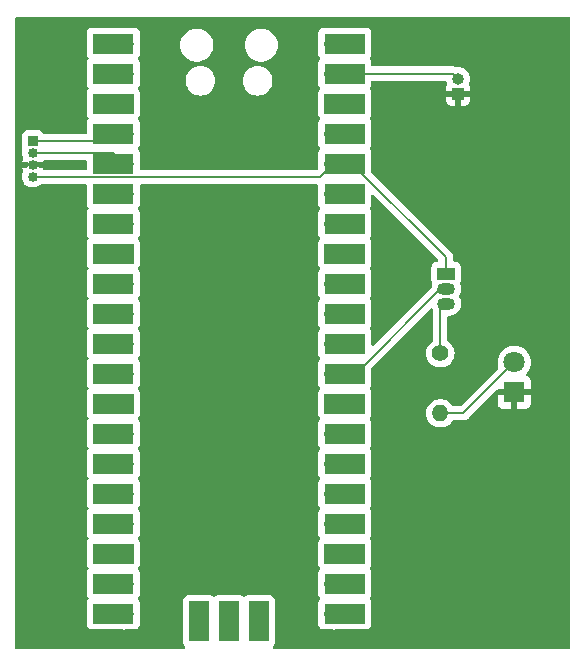
<source format=gbr>
%TF.GenerationSoftware,KiCad,Pcbnew,8.0.1*%
%TF.CreationDate,2024-03-30T13:38:22-03:00*%
%TF.ProjectId,Ponderada,506f6e64-6572-4616-9461-2e6b69636164,rev?*%
%TF.SameCoordinates,Original*%
%TF.FileFunction,Copper,L1,Top*%
%TF.FilePolarity,Positive*%
%FSLAX46Y46*%
G04 Gerber Fmt 4.6, Leading zero omitted, Abs format (unit mm)*
G04 Created by KiCad (PCBNEW 8.0.1) date 2024-03-30 13:38:22*
%MOMM*%
%LPD*%
G01*
G04 APERTURE LIST*
%TA.AperFunction,SMDPad,CuDef*%
%ADD10R,1.700000X3.500000*%
%TD*%
%TA.AperFunction,ComponentPad*%
%ADD11O,1.700000X1.700000*%
%TD*%
%TA.AperFunction,ComponentPad*%
%ADD12R,1.700000X1.700000*%
%TD*%
%TA.AperFunction,SMDPad,CuDef*%
%ADD13R,3.500000X1.700000*%
%TD*%
%TA.AperFunction,ComponentPad*%
%ADD14C,1.400000*%
%TD*%
%TA.AperFunction,ComponentPad*%
%ADD15O,1.400000X1.400000*%
%TD*%
%TA.AperFunction,ComponentPad*%
%ADD16R,1.500000X1.050000*%
%TD*%
%TA.AperFunction,ComponentPad*%
%ADD17O,1.500000X1.050000*%
%TD*%
%TA.AperFunction,ComponentPad*%
%ADD18R,0.850000X0.850000*%
%TD*%
%TA.AperFunction,ComponentPad*%
%ADD19O,0.850000X0.850000*%
%TD*%
%TA.AperFunction,ComponentPad*%
%ADD20R,1.000000X1.000000*%
%TD*%
%TA.AperFunction,ComponentPad*%
%ADD21O,1.000000X1.000000*%
%TD*%
%TA.AperFunction,ComponentPad*%
%ADD22R,1.800000X1.800000*%
%TD*%
%TA.AperFunction,ComponentPad*%
%ADD23C,1.800000*%
%TD*%
%TA.AperFunction,Conductor*%
%ADD24C,0.200000*%
%TD*%
G04 APERTURE END LIST*
D10*
%TO.P,U1,43,SWDIO*%
%TO.N,unconnected-(U1-SWDIO-Pad43)*%
X97650000Y-102170000D03*
D11*
X97650000Y-101270000D03*
D10*
%TO.P,U1,42,GND*%
%TO.N,unconnected-(U1-GND-Pad42)*%
X95110000Y-102170000D03*
D12*
X95110000Y-101270000D03*
D10*
%TO.P,U1,41,SWCLK*%
%TO.N,unconnected-(U1-SWCLK-Pad41)*%
X92570000Y-102170000D03*
D11*
X92570000Y-101270000D03*
D13*
%TO.P,U1,40,VBUS*%
%TO.N,unconnected-(U1-VBUS-Pad40)*%
X104900000Y-53240000D03*
D11*
X104000000Y-53240000D03*
D13*
%TO.P,U1,39,VSYS*%
%TO.N,VSYS*%
X104900000Y-55780000D03*
D11*
X104000000Y-55780000D03*
D13*
%TO.P,U1,38,GND*%
%TO.N,unconnected-(U1-GND-Pad38)*%
X104900000Y-58320000D03*
D12*
X104000000Y-58320000D03*
D13*
%TO.P,U1,37,3V3_EN*%
%TO.N,unconnected-(U1-3V3_EN-Pad37)*%
X104900000Y-60860000D03*
D11*
X104000000Y-60860000D03*
D13*
%TO.P,U1,36,3V3*%
%TO.N,VCC*%
X104900000Y-63400000D03*
D11*
X104000000Y-63400000D03*
D13*
%TO.P,U1,35,ADC_VREF*%
%TO.N,unconnected-(U1-ADC_VREF-Pad35)*%
X104900000Y-65940000D03*
D11*
X104000000Y-65940000D03*
D13*
%TO.P,U1,34,GPIO28_ADC2*%
%TO.N,unconnected-(U1-GPIO28_ADC2-Pad34)*%
X104900000Y-68480000D03*
D11*
X104000000Y-68480000D03*
D13*
%TO.P,U1,33,AGND*%
%TO.N,unconnected-(U1-AGND-Pad33)*%
X104900000Y-71020000D03*
D12*
X104000000Y-71020000D03*
D13*
%TO.P,U1,32,GPIO27_ADC1*%
%TO.N,unconnected-(U1-GPIO27_ADC1-Pad32)*%
X104900000Y-73560000D03*
D11*
X104000000Y-73560000D03*
D13*
%TO.P,U1,31,GPIO26_ADC0*%
%TO.N,unconnected-(U1-GPIO26_ADC0-Pad31)*%
X104900000Y-76100000D03*
D11*
X104000000Y-76100000D03*
D13*
%TO.P,U1,30,RUN*%
%TO.N,unconnected-(U1-RUN-Pad30)*%
X104900000Y-78640000D03*
D11*
X104000000Y-78640000D03*
D13*
%TO.P,U1,29,GPIO22*%
%TO.N,GPIO22*%
X104900000Y-81180000D03*
D11*
X104000000Y-81180000D03*
D13*
%TO.P,U1,28,GND*%
%TO.N,unconnected-(U1-GND-Pad28)*%
X104900000Y-83720000D03*
D12*
X104000000Y-83720000D03*
D13*
%TO.P,U1,27,GPIO21*%
%TO.N,unconnected-(U1-GPIO21-Pad27)*%
X104900000Y-86260000D03*
D11*
X104000000Y-86260000D03*
D13*
%TO.P,U1,26,GPIO20*%
%TO.N,unconnected-(U1-GPIO20-Pad26)*%
X104900000Y-88800000D03*
D11*
X104000000Y-88800000D03*
D13*
%TO.P,U1,25,GPIO19*%
%TO.N,unconnected-(U1-GPIO19-Pad25)*%
X104900000Y-91340000D03*
D11*
X104000000Y-91340000D03*
D13*
%TO.P,U1,24,GPIO18*%
%TO.N,unconnected-(U1-GPIO18-Pad24)*%
X104900000Y-93880000D03*
D11*
X104000000Y-93880000D03*
D13*
%TO.P,U1,23,GND*%
%TO.N,unconnected-(U1-GND-Pad23)*%
X104900000Y-96420000D03*
D12*
X104000000Y-96420000D03*
D13*
%TO.P,U1,22,GPIO17*%
%TO.N,unconnected-(U1-GPIO17-Pad22)*%
X104900000Y-98960000D03*
D11*
X104000000Y-98960000D03*
D13*
%TO.P,U1,21,GPIO16*%
%TO.N,unconnected-(U1-GPIO16-Pad21)*%
X104900000Y-101500000D03*
D11*
X104000000Y-101500000D03*
D13*
%TO.P,U1,20,GPIO15*%
%TO.N,unconnected-(U1-GPIO15-Pad20)*%
X85320000Y-101500000D03*
D11*
X86220000Y-101500000D03*
D13*
%TO.P,U1,19,GPIO14*%
%TO.N,unconnected-(U1-GPIO14-Pad19)*%
X85320000Y-98960000D03*
D11*
X86220000Y-98960000D03*
D13*
%TO.P,U1,18,GND*%
%TO.N,unconnected-(U1-GND-Pad18)*%
X85320000Y-96420000D03*
D12*
X86220000Y-96420000D03*
D13*
%TO.P,U1,17,GPIO13*%
%TO.N,unconnected-(U1-GPIO13-Pad17)*%
X85320000Y-93880000D03*
D11*
X86220000Y-93880000D03*
D13*
%TO.P,U1,16,GPIO12*%
%TO.N,unconnected-(U1-GPIO12-Pad16)*%
X85320000Y-91340000D03*
D11*
X86220000Y-91340000D03*
D13*
%TO.P,U1,15,GPIO11*%
%TO.N,unconnected-(U1-GPIO11-Pad15)*%
X85320000Y-88800000D03*
D11*
X86220000Y-88800000D03*
D13*
%TO.P,U1,14,GPIO10*%
%TO.N,unconnected-(U1-GPIO10-Pad14)*%
X85320000Y-86260000D03*
D11*
X86220000Y-86260000D03*
D13*
%TO.P,U1,13,GND*%
%TO.N,unconnected-(U1-GND-Pad13)*%
X85320000Y-83720000D03*
D12*
X86220000Y-83720000D03*
D13*
%TO.P,U1,12,GPIO9*%
%TO.N,unconnected-(U1-GPIO9-Pad12)*%
X85320000Y-81180000D03*
D11*
X86220000Y-81180000D03*
D13*
%TO.P,U1,11,GPIO8*%
%TO.N,unconnected-(U1-GPIO8-Pad11)*%
X85320000Y-78640000D03*
D11*
X86220000Y-78640000D03*
D13*
%TO.P,U1,10,GPIO7*%
%TO.N,unconnected-(U1-GPIO7-Pad10)*%
X85320000Y-76100000D03*
D11*
X86220000Y-76100000D03*
D13*
%TO.P,U1,9,GPIO6*%
%TO.N,unconnected-(U1-GPIO6-Pad9)*%
X85320000Y-73560000D03*
D11*
X86220000Y-73560000D03*
D13*
%TO.P,U1,8,GND*%
%TO.N,unconnected-(U1-GND-Pad8)*%
X85320000Y-71020000D03*
D12*
X86220000Y-71020000D03*
D13*
%TO.P,U1,7,GPIO5*%
%TO.N,unconnected-(U1-GPIO5-Pad7)*%
X85320000Y-68480000D03*
D11*
X86220000Y-68480000D03*
D13*
%TO.P,U1,6,GPIO4*%
%TO.N,unconnected-(U1-GPIO4-Pad6)*%
X85320000Y-65940000D03*
D11*
X86220000Y-65940000D03*
D13*
%TO.P,U1,5,GPIO3*%
%TO.N,GPIO03*%
X85320000Y-63400000D03*
D11*
X86220000Y-63400000D03*
D13*
%TO.P,U1,4,GPIO2*%
%TO.N,GPIO02*%
X85320000Y-60860000D03*
D11*
X86220000Y-60860000D03*
D13*
%TO.P,U1,3,GND*%
%TO.N,unconnected-(U1-GND-Pad3)*%
X85320000Y-58320000D03*
D12*
X86220000Y-58320000D03*
D13*
%TO.P,U1,2,GPIO1*%
%TO.N,unconnected-(U1-GPIO1-Pad2)*%
X85320000Y-55780000D03*
D11*
X86220000Y-55780000D03*
D13*
%TO.P,U1,1,GPIO0*%
%TO.N,unconnected-(U1-GPIO0-Pad1)*%
X85320000Y-53240000D03*
D11*
X86220000Y-53240000D03*
%TD*%
D14*
%TO.P,R1,1*%
%TO.N,Net-(Q1-E)*%
X113000000Y-79460000D03*
D15*
%TO.P,R1,2*%
%TO.N,Net-(D1-A)*%
X113000000Y-84540000D03*
%TD*%
D16*
%TO.P,Q1,1,C*%
%TO.N,VCC*%
X113500000Y-72730000D03*
D17*
%TO.P,Q1,2,B*%
%TO.N,GPIO22*%
X113500000Y-74000000D03*
%TO.P,Q1,3,E*%
%TO.N,Net-(Q1-E)*%
X113500000Y-75270000D03*
%TD*%
D18*
%TO.P,J3,1,Pin_1*%
%TO.N,GPIO02*%
X78500000Y-61500000D03*
D19*
%TO.P,J3,2,Pin_2*%
%TO.N,GPIO03*%
X78500000Y-62500000D03*
%TO.P,J3,3,Pin_3*%
%TO.N,GND*%
X78500000Y-63500000D03*
%TO.P,J3,4,Pin_4*%
%TO.N,VCC*%
X78500000Y-64500000D03*
%TD*%
D20*
%TO.P,J2,1,Pin_1*%
%TO.N,GND*%
X114500000Y-57500000D03*
D21*
%TO.P,J2,2,Pin_2*%
%TO.N,VSYS*%
X114500000Y-56230000D03*
%TD*%
D22*
%TO.P,D1,1,K*%
%TO.N,GND*%
X119265000Y-82770000D03*
D23*
%TO.P,D1,2,A*%
%TO.N,Net-(D1-A)*%
X119265000Y-80230000D03*
%TD*%
D24*
%TO.N,GPIO22*%
X113000000Y-74000000D02*
X113500000Y-74000000D01*
X105820000Y-81180000D02*
X113000000Y-74000000D01*
X104000000Y-81180000D02*
X105820000Y-81180000D01*
%TO.N,VCC*%
X102850000Y-64550000D02*
X104000000Y-63400000D01*
X78550000Y-64550000D02*
X102850000Y-64550000D01*
X78500000Y-64500000D02*
X78550000Y-64550000D01*
%TO.N,GPIO03*%
X85320000Y-62500000D02*
X86220000Y-63400000D01*
X78500000Y-62500000D02*
X85320000Y-62500000D01*
%TO.N,GPIO02*%
X85580000Y-61500000D02*
X86220000Y-60860000D01*
X78500000Y-61500000D02*
X85580000Y-61500000D01*
%TO.N,VCC*%
X113500000Y-71340000D02*
X113500000Y-72730000D01*
X105560000Y-63400000D02*
X113500000Y-71340000D01*
X104000000Y-63400000D02*
X105560000Y-63400000D01*
%TO.N,Net-(D1-A)*%
X114955000Y-84540000D02*
X119265000Y-80230000D01*
X113000000Y-84540000D02*
X114955000Y-84540000D01*
%TO.N,Net-(Q1-E)*%
X113000000Y-75770000D02*
X113500000Y-75270000D01*
X113000000Y-79460000D02*
X113000000Y-75770000D01*
%TO.N,VSYS*%
X114050000Y-55780000D02*
X114500000Y-56230000D01*
X104000000Y-55780000D02*
X114050000Y-55780000D01*
%TD*%
%TA.AperFunction,Conductor*%
%TO.N,GND*%
G36*
X83012539Y-63120185D02*
G01*
X83058294Y-63172989D01*
X83069500Y-63224500D01*
X83069501Y-63825500D01*
X83049817Y-63892539D01*
X82997013Y-63938294D01*
X82945501Y-63949500D01*
X79497222Y-63949500D01*
X79430183Y-63929815D01*
X79384428Y-63877011D01*
X79374484Y-63807853D01*
X79379291Y-63787182D01*
X79391372Y-63750000D01*
X79082559Y-63750000D01*
X79015520Y-63730315D01*
X79009673Y-63726318D01*
X78965297Y-63694076D01*
X78847156Y-63641477D01*
X78787571Y-63614949D01*
X78787568Y-63614948D01*
X78783821Y-63613280D01*
X78739337Y-63575470D01*
X78750000Y-63549728D01*
X78750000Y-63450272D01*
X78739509Y-63424944D01*
X78781672Y-63387701D01*
X78783821Y-63386720D01*
X78787568Y-63385051D01*
X78787571Y-63385051D01*
X78965299Y-63305922D01*
X79009673Y-63273681D01*
X79075480Y-63250202D01*
X79082559Y-63250000D01*
X79391372Y-63250000D01*
X79395027Y-63244968D01*
X79393542Y-63192976D01*
X79429623Y-63133144D01*
X79492324Y-63102316D01*
X79513468Y-63100500D01*
X82945500Y-63100500D01*
X83012539Y-63120185D01*
G37*
%TD.AperFunction*%
%TA.AperFunction,Conductor*%
G36*
X123942539Y-51020185D02*
G01*
X123988294Y-51072989D01*
X123999500Y-51124500D01*
X123999500Y-104375500D01*
X123979815Y-104442539D01*
X123927011Y-104488294D01*
X123875500Y-104499500D01*
X98933610Y-104499500D01*
X98866571Y-104479815D01*
X98820816Y-104427011D01*
X98810872Y-104357853D01*
X98839897Y-104294297D01*
X98852918Y-104282173D01*
X98857542Y-104277548D01*
X98857546Y-104277546D01*
X98943796Y-104162331D01*
X98994091Y-104027483D01*
X99000500Y-103967873D01*
X99000499Y-101334381D01*
X99000971Y-101323578D01*
X99005659Y-101270000D01*
X99005659Y-101269999D01*
X99000971Y-101216418D01*
X99000499Y-101205610D01*
X99000499Y-100372129D01*
X99000498Y-100372123D01*
X99000497Y-100372116D01*
X98994091Y-100312517D01*
X98991030Y-100304311D01*
X98943797Y-100177671D01*
X98943793Y-100177664D01*
X98857547Y-100062455D01*
X98857544Y-100062452D01*
X98742335Y-99976206D01*
X98742328Y-99976202D01*
X98607482Y-99925908D01*
X98607483Y-99925908D01*
X98547883Y-99919501D01*
X98547881Y-99919500D01*
X98547873Y-99919500D01*
X98547865Y-99919500D01*
X97714383Y-99919500D01*
X97703576Y-99919028D01*
X97650002Y-99914341D01*
X97649999Y-99914341D01*
X97614865Y-99917414D01*
X97596421Y-99919028D01*
X97585616Y-99919500D01*
X96752129Y-99919500D01*
X96752123Y-99919501D01*
X96692516Y-99925908D01*
X96557671Y-99976202D01*
X96557669Y-99976203D01*
X96454311Y-100053578D01*
X96388847Y-100077995D01*
X96320574Y-100063144D01*
X96305689Y-100053578D01*
X96202330Y-99976203D01*
X96202328Y-99976202D01*
X96067482Y-99925908D01*
X96067483Y-99925908D01*
X96007883Y-99919501D01*
X96007881Y-99919500D01*
X96007873Y-99919500D01*
X96007864Y-99919500D01*
X94212129Y-99919500D01*
X94212123Y-99919501D01*
X94152516Y-99925908D01*
X94017671Y-99976202D01*
X94017669Y-99976203D01*
X93914311Y-100053578D01*
X93848847Y-100077995D01*
X93780574Y-100063144D01*
X93765689Y-100053578D01*
X93662330Y-99976203D01*
X93662328Y-99976202D01*
X93527482Y-99925908D01*
X93527483Y-99925908D01*
X93467883Y-99919501D01*
X93467881Y-99919500D01*
X93467873Y-99919500D01*
X93467865Y-99919500D01*
X92634383Y-99919500D01*
X92623576Y-99919028D01*
X92570002Y-99914341D01*
X92569999Y-99914341D01*
X92534865Y-99917414D01*
X92516421Y-99919028D01*
X92505616Y-99919500D01*
X91672129Y-99919500D01*
X91672123Y-99919501D01*
X91612516Y-99925908D01*
X91477671Y-99976202D01*
X91477664Y-99976206D01*
X91362455Y-100062452D01*
X91362452Y-100062455D01*
X91276206Y-100177664D01*
X91276202Y-100177671D01*
X91225908Y-100312517D01*
X91219501Y-100372116D01*
X91219501Y-100372123D01*
X91219500Y-100372135D01*
X91219500Y-101205618D01*
X91219028Y-101216425D01*
X91214341Y-101269997D01*
X91214341Y-101270001D01*
X91219028Y-101323574D01*
X91219500Y-101334381D01*
X91219500Y-103967870D01*
X91219501Y-103967876D01*
X91225908Y-104027483D01*
X91276202Y-104162328D01*
X91276206Y-104162335D01*
X91362452Y-104277544D01*
X91368725Y-104283817D01*
X91367382Y-104285159D01*
X91402572Y-104332167D01*
X91407556Y-104401859D01*
X91374071Y-104463182D01*
X91312748Y-104496666D01*
X91286390Y-104499500D01*
X77124500Y-104499500D01*
X77057461Y-104479815D01*
X77011706Y-104427011D01*
X77000500Y-104375500D01*
X77000500Y-64500000D01*
X77569402Y-64500000D01*
X77589738Y-64693483D01*
X77649856Y-64878510D01*
X77649857Y-64878511D01*
X77730159Y-65017597D01*
X77747130Y-65046992D01*
X77792476Y-65097354D01*
X77877302Y-65191564D01*
X77877305Y-65191566D01*
X77877308Y-65191569D01*
X77991452Y-65274500D01*
X78034702Y-65305923D01*
X78102926Y-65336297D01*
X78212429Y-65385051D01*
X78402726Y-65425500D01*
X78597274Y-65425500D01*
X78787571Y-65385051D01*
X78965299Y-65305922D01*
X79122692Y-65191569D01*
X79122731Y-65191524D01*
X79122760Y-65191506D01*
X79127521Y-65187221D01*
X79128304Y-65188091D01*
X79182217Y-65154879D01*
X79214879Y-65150500D01*
X82945500Y-65150500D01*
X83012539Y-65170185D01*
X83058294Y-65222989D01*
X83069500Y-65274500D01*
X83069500Y-66837870D01*
X83069501Y-66837876D01*
X83075908Y-66897483D01*
X83126202Y-67032328D01*
X83126203Y-67032330D01*
X83203578Y-67135689D01*
X83227995Y-67201153D01*
X83213144Y-67269426D01*
X83203578Y-67284311D01*
X83126203Y-67387669D01*
X83126202Y-67387671D01*
X83075908Y-67522517D01*
X83069501Y-67582116D01*
X83069501Y-67582123D01*
X83069500Y-67582135D01*
X83069500Y-69377870D01*
X83069501Y-69377876D01*
X83075908Y-69437483D01*
X83126202Y-69572328D01*
X83126203Y-69572330D01*
X83203578Y-69675689D01*
X83227995Y-69741153D01*
X83213144Y-69809426D01*
X83203578Y-69824311D01*
X83126203Y-69927669D01*
X83126202Y-69927671D01*
X83075908Y-70062517D01*
X83069501Y-70122116D01*
X83069501Y-70122123D01*
X83069500Y-70122135D01*
X83069500Y-71917870D01*
X83069501Y-71917876D01*
X83075908Y-71977483D01*
X83126202Y-72112328D01*
X83126203Y-72112330D01*
X83203578Y-72215689D01*
X83227995Y-72281153D01*
X83213144Y-72349426D01*
X83203578Y-72364311D01*
X83126203Y-72467669D01*
X83126202Y-72467671D01*
X83075908Y-72602517D01*
X83069501Y-72662116D01*
X83069501Y-72662123D01*
X83069500Y-72662135D01*
X83069500Y-74457870D01*
X83069501Y-74457876D01*
X83075908Y-74517483D01*
X83126202Y-74652328D01*
X83126203Y-74652330D01*
X83203578Y-74755689D01*
X83227995Y-74821153D01*
X83213144Y-74889426D01*
X83203578Y-74904311D01*
X83126203Y-75007669D01*
X83126202Y-75007671D01*
X83075908Y-75142517D01*
X83069501Y-75202116D01*
X83069501Y-75202123D01*
X83069500Y-75202135D01*
X83069500Y-76997870D01*
X83069501Y-76997876D01*
X83075908Y-77057483D01*
X83126202Y-77192328D01*
X83126203Y-77192330D01*
X83203578Y-77295689D01*
X83227995Y-77361153D01*
X83213144Y-77429426D01*
X83203578Y-77444311D01*
X83126203Y-77547669D01*
X83126202Y-77547671D01*
X83075908Y-77682517D01*
X83069501Y-77742116D01*
X83069501Y-77742123D01*
X83069500Y-77742135D01*
X83069500Y-79537870D01*
X83069501Y-79537876D01*
X83075908Y-79597483D01*
X83126202Y-79732328D01*
X83126203Y-79732330D01*
X83203578Y-79835689D01*
X83227995Y-79901153D01*
X83213144Y-79969426D01*
X83203578Y-79984311D01*
X83126203Y-80087669D01*
X83126202Y-80087671D01*
X83075908Y-80222517D01*
X83070563Y-80272236D01*
X83069501Y-80282123D01*
X83069500Y-80282135D01*
X83069500Y-82077870D01*
X83069501Y-82077876D01*
X83075908Y-82137483D01*
X83126202Y-82272328D01*
X83126203Y-82272330D01*
X83203578Y-82375689D01*
X83227995Y-82441153D01*
X83213144Y-82509426D01*
X83203578Y-82524311D01*
X83126203Y-82627669D01*
X83126202Y-82627671D01*
X83075908Y-82762517D01*
X83069501Y-82822116D01*
X83069501Y-82822123D01*
X83069500Y-82822135D01*
X83069500Y-84617870D01*
X83069501Y-84617876D01*
X83075908Y-84677483D01*
X83126202Y-84812328D01*
X83126203Y-84812330D01*
X83203578Y-84915689D01*
X83227995Y-84981153D01*
X83213144Y-85049426D01*
X83203578Y-85064311D01*
X83126203Y-85167669D01*
X83126202Y-85167671D01*
X83075908Y-85302517D01*
X83070563Y-85352236D01*
X83069501Y-85362123D01*
X83069500Y-85362135D01*
X83069500Y-87157870D01*
X83069501Y-87157876D01*
X83075908Y-87217483D01*
X83126202Y-87352328D01*
X83126203Y-87352330D01*
X83203578Y-87455689D01*
X83227995Y-87521153D01*
X83213144Y-87589426D01*
X83203578Y-87604311D01*
X83126203Y-87707669D01*
X83126202Y-87707671D01*
X83075908Y-87842517D01*
X83069501Y-87902116D01*
X83069501Y-87902123D01*
X83069500Y-87902135D01*
X83069500Y-89697870D01*
X83069501Y-89697876D01*
X83075908Y-89757483D01*
X83126202Y-89892328D01*
X83126203Y-89892330D01*
X83203578Y-89995689D01*
X83227995Y-90061153D01*
X83213144Y-90129426D01*
X83203578Y-90144311D01*
X83126203Y-90247669D01*
X83126202Y-90247671D01*
X83075908Y-90382517D01*
X83069501Y-90442116D01*
X83069501Y-90442123D01*
X83069500Y-90442135D01*
X83069500Y-92237870D01*
X83069501Y-92237876D01*
X83075908Y-92297483D01*
X83126202Y-92432328D01*
X83126203Y-92432330D01*
X83203578Y-92535689D01*
X83227995Y-92601153D01*
X83213144Y-92669426D01*
X83203578Y-92684311D01*
X83126203Y-92787669D01*
X83126202Y-92787671D01*
X83075908Y-92922517D01*
X83069501Y-92982116D01*
X83069501Y-92982123D01*
X83069500Y-92982135D01*
X83069500Y-94777870D01*
X83069501Y-94777876D01*
X83075908Y-94837483D01*
X83126202Y-94972328D01*
X83126203Y-94972330D01*
X83203578Y-95075689D01*
X83227995Y-95141153D01*
X83213144Y-95209426D01*
X83203578Y-95224311D01*
X83126203Y-95327669D01*
X83126202Y-95327671D01*
X83075908Y-95462517D01*
X83069501Y-95522116D01*
X83069501Y-95522123D01*
X83069500Y-95522135D01*
X83069500Y-97317870D01*
X83069501Y-97317876D01*
X83075908Y-97377483D01*
X83126202Y-97512328D01*
X83126203Y-97512330D01*
X83203578Y-97615689D01*
X83227995Y-97681153D01*
X83213144Y-97749426D01*
X83203578Y-97764311D01*
X83126203Y-97867669D01*
X83126202Y-97867671D01*
X83075908Y-98002517D01*
X83069501Y-98062116D01*
X83069501Y-98062123D01*
X83069500Y-98062135D01*
X83069500Y-99857870D01*
X83069501Y-99857876D01*
X83075908Y-99917483D01*
X83126202Y-100052328D01*
X83126203Y-100052330D01*
X83203578Y-100155689D01*
X83227995Y-100221153D01*
X83213144Y-100289426D01*
X83203578Y-100304311D01*
X83126203Y-100407669D01*
X83126202Y-100407671D01*
X83075908Y-100542517D01*
X83069501Y-100602116D01*
X83069501Y-100602123D01*
X83069500Y-100602135D01*
X83069500Y-102397870D01*
X83069501Y-102397876D01*
X83075908Y-102457483D01*
X83126202Y-102592328D01*
X83126206Y-102592335D01*
X83212452Y-102707544D01*
X83212455Y-102707547D01*
X83327664Y-102793793D01*
X83327671Y-102793797D01*
X83462517Y-102844091D01*
X83462516Y-102844091D01*
X83469444Y-102844835D01*
X83522127Y-102850500D01*
X86155611Y-102850499D01*
X86166419Y-102850971D01*
X86219999Y-102855659D01*
X86220000Y-102855659D01*
X86220001Y-102855659D01*
X86273580Y-102850971D01*
X86284388Y-102850499D01*
X87117871Y-102850499D01*
X87117872Y-102850499D01*
X87177483Y-102844091D01*
X87312331Y-102793796D01*
X87427546Y-102707546D01*
X87513796Y-102592331D01*
X87564091Y-102457483D01*
X87570500Y-102397873D01*
X87570499Y-101564383D01*
X87570971Y-101553576D01*
X87575659Y-101500000D01*
X87575659Y-101499999D01*
X87570971Y-101446421D01*
X87570499Y-101435613D01*
X87570499Y-100602129D01*
X87570498Y-100602123D01*
X87570497Y-100602116D01*
X87564091Y-100542517D01*
X87513796Y-100407669D01*
X87436421Y-100304309D01*
X87412004Y-100238848D01*
X87426855Y-100170575D01*
X87436416Y-100155696D01*
X87513796Y-100052331D01*
X87564091Y-99917483D01*
X87570500Y-99857873D01*
X87570499Y-99024383D01*
X87570971Y-99013576D01*
X87575659Y-98960000D01*
X87575659Y-98959999D01*
X87570971Y-98906421D01*
X87570499Y-98895613D01*
X87570499Y-98062129D01*
X87570498Y-98062123D01*
X87570497Y-98062116D01*
X87564091Y-98002517D01*
X87513796Y-97867669D01*
X87436421Y-97764309D01*
X87412004Y-97698848D01*
X87426855Y-97630575D01*
X87436416Y-97615696D01*
X87513796Y-97512331D01*
X87564091Y-97377483D01*
X87570500Y-97317873D01*
X87570499Y-95522128D01*
X87564091Y-95462517D01*
X87513796Y-95327669D01*
X87436421Y-95224309D01*
X87412004Y-95158848D01*
X87426855Y-95090575D01*
X87436416Y-95075696D01*
X87513796Y-94972331D01*
X87564091Y-94837483D01*
X87570500Y-94777873D01*
X87570499Y-93944383D01*
X87570971Y-93933576D01*
X87575659Y-93880000D01*
X87575659Y-93879999D01*
X87570971Y-93826421D01*
X87570499Y-93815613D01*
X87570499Y-92982129D01*
X87570498Y-92982123D01*
X87570497Y-92982116D01*
X87564091Y-92922517D01*
X87513796Y-92787669D01*
X87436421Y-92684309D01*
X87412004Y-92618848D01*
X87426855Y-92550575D01*
X87436416Y-92535696D01*
X87513796Y-92432331D01*
X87564091Y-92297483D01*
X87570500Y-92237873D01*
X87570499Y-91404383D01*
X87570971Y-91393576D01*
X87575659Y-91340000D01*
X87575659Y-91339999D01*
X87570971Y-91286421D01*
X87570499Y-91275613D01*
X87570499Y-90442129D01*
X87570498Y-90442123D01*
X87570497Y-90442116D01*
X87564091Y-90382517D01*
X87513796Y-90247669D01*
X87436421Y-90144309D01*
X87412004Y-90078848D01*
X87426855Y-90010575D01*
X87436416Y-89995696D01*
X87513796Y-89892331D01*
X87564091Y-89757483D01*
X87570500Y-89697873D01*
X87570499Y-88864383D01*
X87570971Y-88853576D01*
X87575659Y-88800000D01*
X87575659Y-88799999D01*
X87570971Y-88746421D01*
X87570499Y-88735613D01*
X87570499Y-87902129D01*
X87570498Y-87902123D01*
X87570497Y-87902116D01*
X87564091Y-87842517D01*
X87513796Y-87707669D01*
X87436421Y-87604309D01*
X87412004Y-87538848D01*
X87426855Y-87470575D01*
X87436416Y-87455696D01*
X87513796Y-87352331D01*
X87564091Y-87217483D01*
X87570500Y-87157873D01*
X87570499Y-86324383D01*
X87570971Y-86313576D01*
X87575659Y-86260000D01*
X87575659Y-86259999D01*
X87570971Y-86206421D01*
X87570499Y-86195613D01*
X87570499Y-85362129D01*
X87570498Y-85362123D01*
X87570497Y-85362116D01*
X87564091Y-85302517D01*
X87522040Y-85189773D01*
X87513797Y-85167671D01*
X87513795Y-85167668D01*
X87462822Y-85099577D01*
X87436421Y-85064309D01*
X87412004Y-84998848D01*
X87426855Y-84930575D01*
X87436416Y-84915696D01*
X87513796Y-84812331D01*
X87564091Y-84677483D01*
X87570500Y-84617873D01*
X87570499Y-82822128D01*
X87564091Y-82762517D01*
X87544785Y-82710756D01*
X87513797Y-82627671D01*
X87513795Y-82627668D01*
X87436421Y-82524309D01*
X87412004Y-82458848D01*
X87426855Y-82390575D01*
X87436416Y-82375696D01*
X87513796Y-82272331D01*
X87564091Y-82137483D01*
X87570500Y-82077873D01*
X87570499Y-81244383D01*
X87570971Y-81233576D01*
X87575659Y-81180000D01*
X87575659Y-81179999D01*
X87570971Y-81126421D01*
X87570499Y-81115613D01*
X87570499Y-80282129D01*
X87570498Y-80282123D01*
X87570497Y-80282116D01*
X87564091Y-80222517D01*
X87516414Y-80094689D01*
X87513797Y-80087671D01*
X87513795Y-80087668D01*
X87436421Y-79984309D01*
X87412004Y-79918848D01*
X87426855Y-79850575D01*
X87436416Y-79835696D01*
X87513796Y-79732331D01*
X87564091Y-79597483D01*
X87570500Y-79537873D01*
X87570499Y-78704383D01*
X87570971Y-78693576D01*
X87575659Y-78640000D01*
X87575659Y-78639999D01*
X87570971Y-78586421D01*
X87570499Y-78575613D01*
X87570499Y-77742129D01*
X87570498Y-77742123D01*
X87570497Y-77742116D01*
X87564091Y-77682517D01*
X87513796Y-77547669D01*
X87436421Y-77444309D01*
X87412004Y-77378848D01*
X87426855Y-77310575D01*
X87436416Y-77295696D01*
X87513796Y-77192331D01*
X87564091Y-77057483D01*
X87570500Y-76997873D01*
X87570499Y-76164383D01*
X87570971Y-76153576D01*
X87575659Y-76100000D01*
X87575659Y-76099999D01*
X87570971Y-76046421D01*
X87570499Y-76035613D01*
X87570499Y-75202129D01*
X87570498Y-75202123D01*
X87570497Y-75202116D01*
X87564091Y-75142517D01*
X87513796Y-75007669D01*
X87436421Y-74904309D01*
X87412004Y-74838848D01*
X87426855Y-74770575D01*
X87436416Y-74755696D01*
X87513796Y-74652331D01*
X87564091Y-74517483D01*
X87570500Y-74457873D01*
X87570499Y-73624383D01*
X87570971Y-73613576D01*
X87575659Y-73560000D01*
X87575659Y-73559999D01*
X87570971Y-73506421D01*
X87570499Y-73495613D01*
X87570499Y-72662129D01*
X87570498Y-72662123D01*
X87570497Y-72662116D01*
X87564091Y-72602517D01*
X87513796Y-72467669D01*
X87436421Y-72364309D01*
X87412004Y-72298848D01*
X87426855Y-72230575D01*
X87436416Y-72215696D01*
X87513796Y-72112331D01*
X87564091Y-71977483D01*
X87570500Y-71917873D01*
X87570499Y-70122128D01*
X87564091Y-70062517D01*
X87513796Y-69927669D01*
X87436421Y-69824309D01*
X87412004Y-69758848D01*
X87426855Y-69690575D01*
X87436416Y-69675696D01*
X87513796Y-69572331D01*
X87564091Y-69437483D01*
X87570500Y-69377873D01*
X87570499Y-68544383D01*
X87570971Y-68533576D01*
X87575659Y-68480000D01*
X87575659Y-68479999D01*
X87570971Y-68426421D01*
X87570499Y-68415613D01*
X87570499Y-67582129D01*
X87570498Y-67582123D01*
X87570497Y-67582116D01*
X87564091Y-67522517D01*
X87513796Y-67387669D01*
X87436421Y-67284309D01*
X87412004Y-67218848D01*
X87426855Y-67150575D01*
X87436416Y-67135696D01*
X87513796Y-67032331D01*
X87564091Y-66897483D01*
X87570500Y-66837873D01*
X87570499Y-66004383D01*
X87570971Y-65993576D01*
X87575659Y-65940000D01*
X87575659Y-65939999D01*
X87570971Y-65886421D01*
X87570499Y-65875613D01*
X87570499Y-65274500D01*
X87590184Y-65207461D01*
X87642988Y-65161706D01*
X87694499Y-65150500D01*
X102525500Y-65150500D01*
X102592539Y-65170185D01*
X102638294Y-65222989D01*
X102649500Y-65274500D01*
X102649500Y-65875616D01*
X102649028Y-65886423D01*
X102644341Y-65939997D01*
X102644341Y-65940002D01*
X102649028Y-65993576D01*
X102649500Y-66004383D01*
X102649500Y-66837870D01*
X102649501Y-66837876D01*
X102655908Y-66897483D01*
X102706202Y-67032328D01*
X102706203Y-67032330D01*
X102783578Y-67135689D01*
X102807995Y-67201153D01*
X102793144Y-67269426D01*
X102783578Y-67284311D01*
X102706203Y-67387669D01*
X102706202Y-67387671D01*
X102655908Y-67522517D01*
X102649501Y-67582116D01*
X102649501Y-67582123D01*
X102649500Y-67582135D01*
X102649500Y-68415616D01*
X102649028Y-68426423D01*
X102644341Y-68479997D01*
X102644341Y-68480002D01*
X102649028Y-68533576D01*
X102649500Y-68544383D01*
X102649500Y-69377870D01*
X102649501Y-69377876D01*
X102655908Y-69437483D01*
X102706202Y-69572328D01*
X102706203Y-69572330D01*
X102783578Y-69675689D01*
X102807995Y-69741153D01*
X102793144Y-69809426D01*
X102783578Y-69824311D01*
X102706203Y-69927669D01*
X102706202Y-69927671D01*
X102655908Y-70062517D01*
X102649501Y-70122116D01*
X102649501Y-70122123D01*
X102649500Y-70122135D01*
X102649500Y-71917870D01*
X102649501Y-71917876D01*
X102655908Y-71977483D01*
X102706202Y-72112328D01*
X102706203Y-72112330D01*
X102783578Y-72215689D01*
X102807995Y-72281153D01*
X102793144Y-72349426D01*
X102783578Y-72364311D01*
X102706203Y-72467669D01*
X102706202Y-72467671D01*
X102655908Y-72602517D01*
X102649501Y-72662116D01*
X102649501Y-72662123D01*
X102649500Y-72662135D01*
X102649500Y-73495616D01*
X102649028Y-73506423D01*
X102644341Y-73559997D01*
X102644341Y-73560002D01*
X102649028Y-73613576D01*
X102649500Y-73624383D01*
X102649500Y-74457870D01*
X102649501Y-74457876D01*
X102655908Y-74517483D01*
X102706202Y-74652328D01*
X102706203Y-74652330D01*
X102783578Y-74755689D01*
X102807995Y-74821153D01*
X102793144Y-74889426D01*
X102783578Y-74904311D01*
X102706203Y-75007669D01*
X102706202Y-75007671D01*
X102655908Y-75142517D01*
X102649501Y-75202116D01*
X102649501Y-75202123D01*
X102649500Y-75202135D01*
X102649500Y-76035616D01*
X102649028Y-76046423D01*
X102644341Y-76099997D01*
X102644341Y-76100002D01*
X102649028Y-76153576D01*
X102649500Y-76164383D01*
X102649500Y-76997870D01*
X102649501Y-76997876D01*
X102655908Y-77057483D01*
X102706202Y-77192328D01*
X102706203Y-77192330D01*
X102783578Y-77295689D01*
X102807995Y-77361153D01*
X102793144Y-77429426D01*
X102783578Y-77444311D01*
X102706203Y-77547669D01*
X102706202Y-77547671D01*
X102655908Y-77682517D01*
X102649501Y-77742116D01*
X102649501Y-77742123D01*
X102649500Y-77742135D01*
X102649500Y-78575616D01*
X102649028Y-78586423D01*
X102644341Y-78639997D01*
X102644341Y-78640002D01*
X102649028Y-78693576D01*
X102649500Y-78704383D01*
X102649500Y-79537870D01*
X102649501Y-79537876D01*
X102655908Y-79597483D01*
X102706202Y-79732328D01*
X102706203Y-79732330D01*
X102783578Y-79835689D01*
X102807995Y-79901153D01*
X102793144Y-79969426D01*
X102783578Y-79984311D01*
X102706203Y-80087669D01*
X102706202Y-80087671D01*
X102655908Y-80222517D01*
X102650563Y-80272236D01*
X102649501Y-80282123D01*
X102649500Y-80282135D01*
X102649500Y-81115616D01*
X102649028Y-81126423D01*
X102644341Y-81179997D01*
X102644341Y-81180002D01*
X102649028Y-81233576D01*
X102649500Y-81244383D01*
X102649500Y-82077870D01*
X102649501Y-82077876D01*
X102655908Y-82137483D01*
X102706202Y-82272328D01*
X102706203Y-82272330D01*
X102783578Y-82375689D01*
X102807995Y-82441153D01*
X102793144Y-82509426D01*
X102783578Y-82524311D01*
X102706203Y-82627669D01*
X102706202Y-82627671D01*
X102655908Y-82762517D01*
X102649501Y-82822116D01*
X102649501Y-82822123D01*
X102649500Y-82822135D01*
X102649500Y-84617870D01*
X102649501Y-84617876D01*
X102655908Y-84677483D01*
X102706202Y-84812328D01*
X102706203Y-84812330D01*
X102783578Y-84915689D01*
X102807995Y-84981153D01*
X102793144Y-85049426D01*
X102783578Y-85064311D01*
X102706203Y-85167669D01*
X102706202Y-85167671D01*
X102655908Y-85302517D01*
X102650563Y-85352236D01*
X102649501Y-85362123D01*
X102649500Y-85362135D01*
X102649500Y-86195616D01*
X102649028Y-86206423D01*
X102644341Y-86259997D01*
X102644341Y-86260002D01*
X102649028Y-86313576D01*
X102649500Y-86324383D01*
X102649500Y-87157870D01*
X102649501Y-87157876D01*
X102655908Y-87217483D01*
X102706202Y-87352328D01*
X102706203Y-87352330D01*
X102783578Y-87455689D01*
X102807995Y-87521153D01*
X102793144Y-87589426D01*
X102783578Y-87604311D01*
X102706203Y-87707669D01*
X102706202Y-87707671D01*
X102655908Y-87842517D01*
X102649501Y-87902116D01*
X102649501Y-87902123D01*
X102649500Y-87902135D01*
X102649500Y-88735616D01*
X102649028Y-88746423D01*
X102644341Y-88799997D01*
X102644341Y-88800002D01*
X102649028Y-88853576D01*
X102649500Y-88864383D01*
X102649500Y-89697870D01*
X102649501Y-89697876D01*
X102655908Y-89757483D01*
X102706202Y-89892328D01*
X102706203Y-89892330D01*
X102783578Y-89995689D01*
X102807995Y-90061153D01*
X102793144Y-90129426D01*
X102783578Y-90144311D01*
X102706203Y-90247669D01*
X102706202Y-90247671D01*
X102655908Y-90382517D01*
X102649501Y-90442116D01*
X102649501Y-90442123D01*
X102649500Y-90442135D01*
X102649500Y-91275616D01*
X102649028Y-91286423D01*
X102644341Y-91339997D01*
X102644341Y-91340002D01*
X102649028Y-91393576D01*
X102649500Y-91404383D01*
X102649500Y-92237870D01*
X102649501Y-92237876D01*
X102655908Y-92297483D01*
X102706202Y-92432328D01*
X102706203Y-92432330D01*
X102783578Y-92535689D01*
X102807995Y-92601153D01*
X102793144Y-92669426D01*
X102783578Y-92684311D01*
X102706203Y-92787669D01*
X102706202Y-92787671D01*
X102655908Y-92922517D01*
X102649501Y-92982116D01*
X102649501Y-92982123D01*
X102649500Y-92982135D01*
X102649500Y-93815616D01*
X102649028Y-93826423D01*
X102644341Y-93879997D01*
X102644341Y-93880002D01*
X102649028Y-93933576D01*
X102649500Y-93944383D01*
X102649500Y-94777870D01*
X102649501Y-94777876D01*
X102655908Y-94837483D01*
X102706202Y-94972328D01*
X102706203Y-94972330D01*
X102783578Y-95075689D01*
X102807995Y-95141153D01*
X102793144Y-95209426D01*
X102783578Y-95224311D01*
X102706203Y-95327669D01*
X102706202Y-95327671D01*
X102655908Y-95462517D01*
X102649501Y-95522116D01*
X102649501Y-95522123D01*
X102649500Y-95522135D01*
X102649500Y-97317870D01*
X102649501Y-97317876D01*
X102655908Y-97377483D01*
X102706202Y-97512328D01*
X102706203Y-97512330D01*
X102783578Y-97615689D01*
X102807995Y-97681153D01*
X102793144Y-97749426D01*
X102783578Y-97764311D01*
X102706203Y-97867669D01*
X102706202Y-97867671D01*
X102655908Y-98002517D01*
X102649501Y-98062116D01*
X102649501Y-98062123D01*
X102649500Y-98062135D01*
X102649500Y-98895616D01*
X102649028Y-98906423D01*
X102644341Y-98959997D01*
X102644341Y-98960002D01*
X102649028Y-99013576D01*
X102649500Y-99024383D01*
X102649500Y-99857870D01*
X102649501Y-99857876D01*
X102655908Y-99917483D01*
X102706202Y-100052328D01*
X102706203Y-100052330D01*
X102783578Y-100155689D01*
X102807995Y-100221153D01*
X102793144Y-100289426D01*
X102783578Y-100304311D01*
X102706203Y-100407669D01*
X102706202Y-100407671D01*
X102655908Y-100542517D01*
X102649501Y-100602116D01*
X102649501Y-100602123D01*
X102649500Y-100602135D01*
X102649500Y-101435616D01*
X102649028Y-101446423D01*
X102644341Y-101499997D01*
X102644341Y-101500002D01*
X102649028Y-101553576D01*
X102649500Y-101564383D01*
X102649500Y-102397870D01*
X102649501Y-102397876D01*
X102655908Y-102457483D01*
X102706202Y-102592328D01*
X102706206Y-102592335D01*
X102792452Y-102707544D01*
X102792455Y-102707547D01*
X102907664Y-102793793D01*
X102907671Y-102793797D01*
X103042517Y-102844091D01*
X103042516Y-102844091D01*
X103049444Y-102844835D01*
X103102127Y-102850500D01*
X103935616Y-102850499D01*
X103946425Y-102850971D01*
X104000000Y-102855659D01*
X104053575Y-102850971D01*
X104064384Y-102850499D01*
X106697871Y-102850499D01*
X106697872Y-102850499D01*
X106757483Y-102844091D01*
X106892331Y-102793796D01*
X107007546Y-102707546D01*
X107093796Y-102592331D01*
X107144091Y-102457483D01*
X107150500Y-102397873D01*
X107150499Y-100602128D01*
X107144091Y-100542517D01*
X107093796Y-100407669D01*
X107016421Y-100304309D01*
X106992004Y-100238848D01*
X107006855Y-100170575D01*
X107016416Y-100155696D01*
X107093796Y-100052331D01*
X107144091Y-99917483D01*
X107150500Y-99857873D01*
X107150499Y-98062128D01*
X107144091Y-98002517D01*
X107093796Y-97867669D01*
X107016421Y-97764309D01*
X106992004Y-97698848D01*
X107006855Y-97630575D01*
X107016416Y-97615696D01*
X107093796Y-97512331D01*
X107144091Y-97377483D01*
X107150500Y-97317873D01*
X107150499Y-95522128D01*
X107144091Y-95462517D01*
X107093796Y-95327669D01*
X107016421Y-95224309D01*
X106992004Y-95158848D01*
X107006855Y-95090575D01*
X107016416Y-95075696D01*
X107093796Y-94972331D01*
X107144091Y-94837483D01*
X107150500Y-94777873D01*
X107150499Y-92982128D01*
X107144091Y-92922517D01*
X107093796Y-92787669D01*
X107016421Y-92684309D01*
X106992004Y-92618848D01*
X107006855Y-92550575D01*
X107016416Y-92535696D01*
X107093796Y-92432331D01*
X107144091Y-92297483D01*
X107150500Y-92237873D01*
X107150499Y-90442128D01*
X107144091Y-90382517D01*
X107093796Y-90247669D01*
X107016421Y-90144309D01*
X106992004Y-90078848D01*
X107006855Y-90010575D01*
X107016416Y-89995696D01*
X107093796Y-89892331D01*
X107144091Y-89757483D01*
X107150500Y-89697873D01*
X107150499Y-87902128D01*
X107144091Y-87842517D01*
X107093796Y-87707669D01*
X107016421Y-87604309D01*
X106992004Y-87538848D01*
X107006855Y-87470575D01*
X107016416Y-87455696D01*
X107093796Y-87352331D01*
X107144091Y-87217483D01*
X107150500Y-87157873D01*
X107150499Y-85362128D01*
X107144091Y-85302517D01*
X107102040Y-85189773D01*
X107093797Y-85167671D01*
X107093795Y-85167668D01*
X107042822Y-85099577D01*
X107016421Y-85064309D01*
X106992004Y-84998848D01*
X107006855Y-84930575D01*
X107016416Y-84915696D01*
X107093796Y-84812331D01*
X107144091Y-84677483D01*
X107150500Y-84617873D01*
X107150500Y-84540000D01*
X111794357Y-84540000D01*
X111814884Y-84761535D01*
X111814885Y-84761537D01*
X111875769Y-84975523D01*
X111875775Y-84975538D01*
X111974938Y-85174683D01*
X111974943Y-85174691D01*
X112109020Y-85352238D01*
X112273437Y-85502123D01*
X112273439Y-85502125D01*
X112462595Y-85619245D01*
X112462596Y-85619245D01*
X112462599Y-85619247D01*
X112670060Y-85699618D01*
X112888757Y-85740500D01*
X112888759Y-85740500D01*
X113111241Y-85740500D01*
X113111243Y-85740500D01*
X113329940Y-85699618D01*
X113537401Y-85619247D01*
X113726562Y-85502124D01*
X113880131Y-85362127D01*
X113890979Y-85352238D01*
X113928528Y-85302516D01*
X114013667Y-85189772D01*
X114069776Y-85148137D01*
X114112621Y-85140500D01*
X114868331Y-85140500D01*
X114868347Y-85140501D01*
X114875943Y-85140501D01*
X115034054Y-85140501D01*
X115034057Y-85140501D01*
X115186785Y-85099577D01*
X115268404Y-85052454D01*
X115323716Y-85020520D01*
X115435520Y-84908716D01*
X115435520Y-84908714D01*
X115445724Y-84898511D01*
X115445728Y-84898506D01*
X117787915Y-82556319D01*
X117849238Y-82522834D01*
X117875596Y-82520000D01*
X118889722Y-82520000D01*
X118845667Y-82596306D01*
X118815000Y-82710756D01*
X118815000Y-82829244D01*
X118845667Y-82943694D01*
X118889722Y-83020000D01*
X117865000Y-83020000D01*
X117865000Y-83717844D01*
X117871401Y-83777372D01*
X117871403Y-83777379D01*
X117921645Y-83912086D01*
X117921649Y-83912093D01*
X118007809Y-84027187D01*
X118007812Y-84027190D01*
X118122906Y-84113350D01*
X118122913Y-84113354D01*
X118257620Y-84163596D01*
X118257627Y-84163598D01*
X118317155Y-84169999D01*
X118317172Y-84170000D01*
X119015000Y-84170000D01*
X119015000Y-83145277D01*
X119091306Y-83189333D01*
X119205756Y-83220000D01*
X119324244Y-83220000D01*
X119438694Y-83189333D01*
X119515000Y-83145277D01*
X119515000Y-84170000D01*
X120212828Y-84170000D01*
X120212844Y-84169999D01*
X120272372Y-84163598D01*
X120272379Y-84163596D01*
X120407086Y-84113354D01*
X120407093Y-84113350D01*
X120522187Y-84027190D01*
X120522190Y-84027187D01*
X120608350Y-83912093D01*
X120608354Y-83912086D01*
X120658596Y-83777379D01*
X120658598Y-83777372D01*
X120664999Y-83717844D01*
X120665000Y-83717827D01*
X120665000Y-83020000D01*
X119640278Y-83020000D01*
X119684333Y-82943694D01*
X119715000Y-82829244D01*
X119715000Y-82710756D01*
X119684333Y-82596306D01*
X119640278Y-82520000D01*
X120665000Y-82520000D01*
X120665000Y-81822172D01*
X120664999Y-81822155D01*
X120658598Y-81762627D01*
X120658596Y-81762620D01*
X120608354Y-81627913D01*
X120608350Y-81627906D01*
X120522190Y-81512812D01*
X120522187Y-81512809D01*
X120407093Y-81426649D01*
X120407086Y-81426645D01*
X120326729Y-81396674D01*
X120270795Y-81354803D01*
X120246378Y-81289338D01*
X120261230Y-81221065D01*
X120278826Y-81196516D01*
X120373979Y-81093153D01*
X120500924Y-80898849D01*
X120594157Y-80686300D01*
X120651134Y-80461305D01*
X120651135Y-80461297D01*
X120670300Y-80230006D01*
X120670300Y-80229993D01*
X120651135Y-79998702D01*
X120651133Y-79998691D01*
X120594157Y-79773699D01*
X120500924Y-79561151D01*
X120373983Y-79366852D01*
X120373980Y-79366849D01*
X120373979Y-79366847D01*
X120216784Y-79196087D01*
X120216779Y-79196083D01*
X120216777Y-79196081D01*
X120033634Y-79053535D01*
X120033628Y-79053531D01*
X119829504Y-78943064D01*
X119829495Y-78943061D01*
X119609984Y-78867702D01*
X119438282Y-78839050D01*
X119381049Y-78829500D01*
X119148951Y-78829500D01*
X119103164Y-78837140D01*
X118920015Y-78867702D01*
X118700504Y-78943061D01*
X118700495Y-78943064D01*
X118496371Y-79053531D01*
X118496365Y-79053535D01*
X118313222Y-79196081D01*
X118313219Y-79196084D01*
X118156016Y-79366852D01*
X118029075Y-79561151D01*
X117935842Y-79773699D01*
X117878866Y-79998691D01*
X117878864Y-79998702D01*
X117859700Y-80229993D01*
X117859700Y-80230006D01*
X117878864Y-80461297D01*
X117878866Y-80461309D01*
X117923319Y-80636848D01*
X117920694Y-80706668D01*
X117890794Y-80754969D01*
X114742584Y-83903181D01*
X114681261Y-83936666D01*
X114654903Y-83939500D01*
X114112621Y-83939500D01*
X114045582Y-83919815D01*
X114013667Y-83890227D01*
X113890979Y-83727761D01*
X113726562Y-83577876D01*
X113726560Y-83577874D01*
X113537404Y-83460754D01*
X113537398Y-83460752D01*
X113329940Y-83380382D01*
X113111243Y-83339500D01*
X112888757Y-83339500D01*
X112670060Y-83380382D01*
X112538864Y-83431207D01*
X112462601Y-83460752D01*
X112462595Y-83460754D01*
X112273439Y-83577874D01*
X112273437Y-83577876D01*
X112109020Y-83727761D01*
X111974943Y-83905308D01*
X111974938Y-83905316D01*
X111875775Y-84104461D01*
X111875769Y-84104476D01*
X111814885Y-84318462D01*
X111814884Y-84318464D01*
X111794357Y-84539999D01*
X111794357Y-84540000D01*
X107150500Y-84540000D01*
X107150499Y-82822128D01*
X107144091Y-82762517D01*
X107124785Y-82710756D01*
X107093797Y-82627671D01*
X107093795Y-82627668D01*
X107016421Y-82524309D01*
X106992004Y-82458848D01*
X107006855Y-82390575D01*
X107016416Y-82375696D01*
X107093796Y-82272331D01*
X107144091Y-82137483D01*
X107150500Y-82077873D01*
X107150499Y-80750095D01*
X107170184Y-80683057D01*
X107186813Y-80662420D01*
X112155109Y-75694124D01*
X112216430Y-75660641D01*
X112286122Y-75665625D01*
X112342055Y-75707497D01*
X112357349Y-75734355D01*
X112366211Y-75755750D01*
X112366212Y-75755752D01*
X112366214Y-75755756D01*
X112378601Y-75774294D01*
X112399479Y-75840968D01*
X112399499Y-75843184D01*
X112399499Y-75859046D01*
X112399500Y-75859059D01*
X112399500Y-78350754D01*
X112379815Y-78417793D01*
X112340778Y-78456181D01*
X112273436Y-78497877D01*
X112109020Y-78647761D01*
X111974943Y-78825308D01*
X111974938Y-78825316D01*
X111875775Y-79024461D01*
X111875769Y-79024476D01*
X111814885Y-79238462D01*
X111814884Y-79238464D01*
X111794357Y-79459999D01*
X111794357Y-79460000D01*
X111814884Y-79681535D01*
X111814885Y-79681537D01*
X111875769Y-79895523D01*
X111875775Y-79895538D01*
X111974938Y-80094683D01*
X111974943Y-80094691D01*
X112109020Y-80272238D01*
X112273437Y-80422123D01*
X112273439Y-80422125D01*
X112462595Y-80539245D01*
X112462596Y-80539245D01*
X112462599Y-80539247D01*
X112670060Y-80619618D01*
X112888757Y-80660500D01*
X112888759Y-80660500D01*
X113111241Y-80660500D01*
X113111243Y-80660500D01*
X113329940Y-80619618D01*
X113537401Y-80539247D01*
X113726562Y-80422124D01*
X113880131Y-80282127D01*
X113890979Y-80272238D01*
X113922872Y-80230006D01*
X114025058Y-80094689D01*
X114124229Y-79895528D01*
X114185115Y-79681536D01*
X114205643Y-79460000D01*
X114185115Y-79238464D01*
X114124229Y-79024472D01*
X114124224Y-79024461D01*
X114025061Y-78825316D01*
X114025056Y-78825308D01*
X113890979Y-78647761D01*
X113726563Y-78497877D01*
X113726562Y-78497876D01*
X113659221Y-78456180D01*
X113612587Y-78404153D01*
X113600500Y-78350754D01*
X113600500Y-76419500D01*
X113620185Y-76352461D01*
X113672989Y-76306706D01*
X113724500Y-76295500D01*
X113826004Y-76295500D01*
X113826005Y-76295499D01*
X114024127Y-76256091D01*
X114210756Y-76178786D01*
X114378718Y-76066558D01*
X114521558Y-75923718D01*
X114633786Y-75755756D01*
X114711091Y-75569127D01*
X114750500Y-75371003D01*
X114750500Y-75168997D01*
X114711091Y-74970873D01*
X114633786Y-74784244D01*
X114580094Y-74703889D01*
X114559217Y-74637214D01*
X114577701Y-74569834D01*
X114580078Y-74566134D01*
X114633786Y-74485756D01*
X114711091Y-74299127D01*
X114750500Y-74101003D01*
X114750500Y-73898997D01*
X114711091Y-73700873D01*
X114677673Y-73620198D01*
X114670205Y-73550730D01*
X114689964Y-73505340D01*
X114689547Y-73505112D01*
X114692095Y-73500444D01*
X114692972Y-73498431D01*
X114693796Y-73497331D01*
X114744091Y-73362483D01*
X114750500Y-73302873D01*
X114750499Y-72157128D01*
X114744091Y-72097517D01*
X114699321Y-71977483D01*
X114693797Y-71962671D01*
X114693793Y-71962664D01*
X114607547Y-71847455D01*
X114607544Y-71847452D01*
X114492335Y-71761206D01*
X114492328Y-71761202D01*
X114357482Y-71710908D01*
X114357483Y-71710908D01*
X114297883Y-71704501D01*
X114297881Y-71704500D01*
X114297873Y-71704500D01*
X114297865Y-71704500D01*
X114224500Y-71704500D01*
X114157461Y-71684815D01*
X114111706Y-71632011D01*
X114100500Y-71580500D01*
X114100500Y-71429060D01*
X114100501Y-71429047D01*
X114100501Y-71260944D01*
X114059576Y-71108214D01*
X114059573Y-71108209D01*
X113980524Y-70971290D01*
X113980518Y-70971282D01*
X107186818Y-64177582D01*
X107153333Y-64116259D01*
X107150499Y-64089901D01*
X107150499Y-62502129D01*
X107150498Y-62502123D01*
X107150497Y-62502116D01*
X107144091Y-62442517D01*
X107093796Y-62307669D01*
X107016421Y-62204309D01*
X106992004Y-62138848D01*
X107006855Y-62070575D01*
X107016416Y-62055696D01*
X107093796Y-61952331D01*
X107144091Y-61817483D01*
X107150500Y-61757873D01*
X107150499Y-59962128D01*
X107144091Y-59902517D01*
X107093796Y-59767669D01*
X107016421Y-59664309D01*
X106992004Y-59598848D01*
X107006855Y-59530575D01*
X107016416Y-59515696D01*
X107093796Y-59412331D01*
X107144091Y-59277483D01*
X107150500Y-59217873D01*
X107150499Y-57750000D01*
X113500000Y-57750000D01*
X113500000Y-58047844D01*
X113506401Y-58107372D01*
X113506403Y-58107379D01*
X113556645Y-58242086D01*
X113556649Y-58242093D01*
X113642809Y-58357187D01*
X113642812Y-58357190D01*
X113757906Y-58443350D01*
X113757913Y-58443354D01*
X113892620Y-58493596D01*
X113892627Y-58493598D01*
X113952155Y-58499999D01*
X113952172Y-58500000D01*
X114250000Y-58500000D01*
X114250000Y-57750000D01*
X113500000Y-57750000D01*
X107150499Y-57750000D01*
X107150499Y-57422128D01*
X107144091Y-57362517D01*
X107143748Y-57361598D01*
X107093797Y-57227671D01*
X107093795Y-57227668D01*
X107016421Y-57124309D01*
X106992004Y-57058848D01*
X107006855Y-56990575D01*
X107016416Y-56975696D01*
X107093796Y-56872331D01*
X107144091Y-56737483D01*
X107150500Y-56677873D01*
X107150500Y-56504500D01*
X107170185Y-56437461D01*
X107222989Y-56391706D01*
X107274500Y-56380500D01*
X113408169Y-56380500D01*
X113475208Y-56400185D01*
X113520963Y-56452989D01*
X113526829Y-56468504D01*
X113571185Y-56614726D01*
X113572583Y-56617341D01*
X113572901Y-56618870D01*
X113573518Y-56620359D01*
X113573235Y-56620475D01*
X113586824Y-56685743D01*
X113562492Y-56750102D01*
X113556648Y-56757907D01*
X113556645Y-56757913D01*
X113506403Y-56892620D01*
X113506401Y-56892627D01*
X113500000Y-56952155D01*
X113500000Y-57250000D01*
X114255025Y-57250000D01*
X114219930Y-57285095D01*
X114173852Y-57364905D01*
X114150000Y-57453922D01*
X114150000Y-57546078D01*
X114173852Y-57635095D01*
X114219930Y-57714905D01*
X114285095Y-57780070D01*
X114364905Y-57826148D01*
X114453922Y-57850000D01*
X114546078Y-57850000D01*
X114635095Y-57826148D01*
X114714905Y-57780070D01*
X114744975Y-57750000D01*
X114750000Y-57750000D01*
X114750000Y-58500000D01*
X115047828Y-58500000D01*
X115047844Y-58499999D01*
X115107372Y-58493598D01*
X115107379Y-58493596D01*
X115242086Y-58443354D01*
X115242093Y-58443350D01*
X115357187Y-58357190D01*
X115357190Y-58357187D01*
X115443350Y-58242093D01*
X115443354Y-58242086D01*
X115493596Y-58107379D01*
X115493598Y-58107372D01*
X115499999Y-58047844D01*
X115500000Y-58047827D01*
X115500000Y-57750000D01*
X114750000Y-57750000D01*
X114744975Y-57750000D01*
X114780070Y-57714905D01*
X114826148Y-57635095D01*
X114850000Y-57546078D01*
X114850000Y-57453922D01*
X114826148Y-57364905D01*
X114780070Y-57285095D01*
X114744975Y-57250000D01*
X115500000Y-57250000D01*
X115500000Y-56952172D01*
X115499999Y-56952155D01*
X115493598Y-56892627D01*
X115493597Y-56892623D01*
X115443351Y-56757908D01*
X115437510Y-56750106D01*
X115413091Y-56684642D01*
X115426752Y-56620466D01*
X115426483Y-56620355D01*
X115427086Y-56618899D01*
X115427418Y-56617338D01*
X115428814Y-56614727D01*
X115486024Y-56426132D01*
X115505341Y-56230000D01*
X115486024Y-56033868D01*
X115428814Y-55845273D01*
X115428811Y-55845269D01*
X115428811Y-55845266D01*
X115335913Y-55671467D01*
X115335909Y-55671460D01*
X115210883Y-55519116D01*
X115058539Y-55394090D01*
X115058532Y-55394086D01*
X114884733Y-55301188D01*
X114884727Y-55301186D01*
X114696132Y-55243976D01*
X114696129Y-55243975D01*
X114500000Y-55224659D01*
X114359501Y-55238496D01*
X114290855Y-55225477D01*
X114285344Y-55222478D01*
X114281785Y-55220423D01*
X114129057Y-55179499D01*
X113970943Y-55179499D01*
X113963347Y-55179499D01*
X113963331Y-55179500D01*
X107274499Y-55179500D01*
X107207460Y-55159815D01*
X107161705Y-55107011D01*
X107150499Y-55055500D01*
X107150499Y-54882129D01*
X107150498Y-54882123D01*
X107150497Y-54882116D01*
X107144091Y-54822517D01*
X107093796Y-54687669D01*
X107016421Y-54584309D01*
X106992004Y-54518848D01*
X107006855Y-54450575D01*
X107016416Y-54435696D01*
X107093796Y-54332331D01*
X107144091Y-54197483D01*
X107150500Y-54137873D01*
X107150499Y-52342128D01*
X107144091Y-52282517D01*
X107110901Y-52193531D01*
X107093797Y-52147671D01*
X107093793Y-52147664D01*
X107007547Y-52032455D01*
X107007544Y-52032452D01*
X106892335Y-51946206D01*
X106892328Y-51946202D01*
X106757482Y-51895908D01*
X106757483Y-51895908D01*
X106697883Y-51889501D01*
X106697881Y-51889500D01*
X106697873Y-51889500D01*
X106697865Y-51889500D01*
X104064385Y-51889500D01*
X104053578Y-51889028D01*
X104000001Y-51884341D01*
X103999997Y-51884341D01*
X103946419Y-51889028D01*
X103935613Y-51889500D01*
X103102129Y-51889500D01*
X103102123Y-51889501D01*
X103042516Y-51895908D01*
X102907671Y-51946202D01*
X102907664Y-51946206D01*
X102792455Y-52032452D01*
X102792452Y-52032455D01*
X102706206Y-52147664D01*
X102706202Y-52147671D01*
X102655908Y-52282517D01*
X102650149Y-52336087D01*
X102649501Y-52342123D01*
X102649500Y-52342135D01*
X102649500Y-53175616D01*
X102649028Y-53186423D01*
X102644341Y-53239997D01*
X102644341Y-53240002D01*
X102649028Y-53293576D01*
X102649500Y-53304383D01*
X102649500Y-54137870D01*
X102649501Y-54137876D01*
X102655908Y-54197483D01*
X102706202Y-54332328D01*
X102706203Y-54332330D01*
X102783578Y-54435689D01*
X102807995Y-54501153D01*
X102793144Y-54569426D01*
X102783578Y-54584311D01*
X102706203Y-54687669D01*
X102706202Y-54687671D01*
X102655908Y-54822517D01*
X102649501Y-54882116D01*
X102649501Y-54882123D01*
X102649500Y-54882135D01*
X102649500Y-55715616D01*
X102649028Y-55726423D01*
X102644341Y-55779997D01*
X102644341Y-55780002D01*
X102649028Y-55833576D01*
X102649500Y-55844383D01*
X102649500Y-56677870D01*
X102649501Y-56677876D01*
X102655908Y-56737483D01*
X102706202Y-56872328D01*
X102706203Y-56872330D01*
X102783578Y-56975689D01*
X102807995Y-57041153D01*
X102793144Y-57109426D01*
X102783578Y-57124311D01*
X102706203Y-57227669D01*
X102706202Y-57227671D01*
X102655908Y-57362517D01*
X102649501Y-57422116D01*
X102649501Y-57422123D01*
X102649500Y-57422135D01*
X102649500Y-59217870D01*
X102649501Y-59217876D01*
X102655908Y-59277483D01*
X102706202Y-59412328D01*
X102706203Y-59412330D01*
X102783578Y-59515689D01*
X102807995Y-59581153D01*
X102793144Y-59649426D01*
X102783578Y-59664311D01*
X102706203Y-59767669D01*
X102706202Y-59767671D01*
X102655908Y-59902517D01*
X102649501Y-59962116D01*
X102649501Y-59962123D01*
X102649500Y-59962135D01*
X102649500Y-60795616D01*
X102649028Y-60806423D01*
X102644341Y-60859997D01*
X102644341Y-60860002D01*
X102649028Y-60913576D01*
X102649500Y-60924383D01*
X102649500Y-61757870D01*
X102649501Y-61757876D01*
X102655908Y-61817483D01*
X102706202Y-61952328D01*
X102706203Y-61952330D01*
X102783578Y-62055689D01*
X102807995Y-62121153D01*
X102793144Y-62189426D01*
X102783578Y-62204311D01*
X102706203Y-62307669D01*
X102706202Y-62307671D01*
X102655908Y-62442517D01*
X102649501Y-62502116D01*
X102649501Y-62502123D01*
X102649500Y-62502135D01*
X102649500Y-63335616D01*
X102649028Y-63346423D01*
X102644341Y-63399997D01*
X102644341Y-63400002D01*
X102649028Y-63453576D01*
X102649500Y-63464383D01*
X102649500Y-63825500D01*
X102629815Y-63892539D01*
X102577011Y-63938294D01*
X102525500Y-63949500D01*
X87694500Y-63949500D01*
X87627461Y-63929815D01*
X87581706Y-63877011D01*
X87570500Y-63825500D01*
X87570499Y-63464385D01*
X87570971Y-63453576D01*
X87575659Y-63400000D01*
X87575659Y-63399999D01*
X87570971Y-63346421D01*
X87570499Y-63335613D01*
X87570499Y-62502129D01*
X87570498Y-62502123D01*
X87570497Y-62502116D01*
X87564091Y-62442517D01*
X87513796Y-62307669D01*
X87436421Y-62204309D01*
X87412004Y-62138848D01*
X87426855Y-62070575D01*
X87436416Y-62055696D01*
X87513796Y-61952331D01*
X87564091Y-61817483D01*
X87570500Y-61757873D01*
X87570499Y-60924383D01*
X87570971Y-60913576D01*
X87575659Y-60860000D01*
X87575659Y-60859999D01*
X87570971Y-60806421D01*
X87570499Y-60795613D01*
X87570499Y-59962129D01*
X87570498Y-59962123D01*
X87570497Y-59962116D01*
X87564091Y-59902517D01*
X87513796Y-59767669D01*
X87436421Y-59664309D01*
X87412004Y-59598848D01*
X87426855Y-59530575D01*
X87436416Y-59515696D01*
X87513796Y-59412331D01*
X87564091Y-59277483D01*
X87570500Y-59217873D01*
X87570499Y-57422128D01*
X87564091Y-57362517D01*
X87563748Y-57361598D01*
X87513797Y-57227671D01*
X87513795Y-57227668D01*
X87436421Y-57124309D01*
X87412004Y-57058848D01*
X87426855Y-56990575D01*
X87436416Y-56975696D01*
X87513796Y-56872331D01*
X87564091Y-56737483D01*
X87570500Y-56677873D01*
X87570500Y-56400000D01*
X91429723Y-56400000D01*
X91448737Y-56617341D01*
X91448793Y-56617975D01*
X91448793Y-56617979D01*
X91505422Y-56829322D01*
X91505424Y-56829326D01*
X91505425Y-56829330D01*
X91525477Y-56872331D01*
X91597897Y-57027638D01*
X91613555Y-57050000D01*
X91723402Y-57206877D01*
X91878123Y-57361598D01*
X92057361Y-57487102D01*
X92255670Y-57579575D01*
X92467023Y-57636207D01*
X92649926Y-57652208D01*
X92684998Y-57655277D01*
X92685000Y-57655277D01*
X92685002Y-57655277D01*
X92713254Y-57652805D01*
X92902977Y-57636207D01*
X93114330Y-57579575D01*
X93312639Y-57487102D01*
X93491877Y-57361598D01*
X93646598Y-57206877D01*
X93772102Y-57027639D01*
X93864575Y-56829330D01*
X93921207Y-56617977D01*
X93940277Y-56400000D01*
X96279723Y-56400000D01*
X96298737Y-56617341D01*
X96298793Y-56617975D01*
X96298793Y-56617979D01*
X96355422Y-56829322D01*
X96355424Y-56829326D01*
X96355425Y-56829330D01*
X96375477Y-56872331D01*
X96447897Y-57027638D01*
X96463555Y-57050000D01*
X96573402Y-57206877D01*
X96728123Y-57361598D01*
X96907361Y-57487102D01*
X97105670Y-57579575D01*
X97317023Y-57636207D01*
X97499926Y-57652208D01*
X97534998Y-57655277D01*
X97535000Y-57655277D01*
X97535002Y-57655277D01*
X97563254Y-57652805D01*
X97752977Y-57636207D01*
X97964330Y-57579575D01*
X98162639Y-57487102D01*
X98341877Y-57361598D01*
X98496598Y-57206877D01*
X98622102Y-57027639D01*
X98714575Y-56829330D01*
X98771207Y-56617977D01*
X98790277Y-56400000D01*
X98789551Y-56391706D01*
X98775404Y-56230000D01*
X98771207Y-56182023D01*
X98714575Y-55970670D01*
X98622102Y-55772362D01*
X98622100Y-55772359D01*
X98622099Y-55772357D01*
X98496599Y-55593124D01*
X98422591Y-55519116D01*
X98341877Y-55438402D01*
X98162639Y-55312898D01*
X98162640Y-55312898D01*
X98162638Y-55312897D01*
X98014833Y-55243975D01*
X97964330Y-55220425D01*
X97964326Y-55220424D01*
X97964322Y-55220422D01*
X97752977Y-55163793D01*
X97535002Y-55144723D01*
X97534998Y-55144723D01*
X97389682Y-55157436D01*
X97317023Y-55163793D01*
X97317020Y-55163793D01*
X97105677Y-55220422D01*
X97105668Y-55220426D01*
X96907361Y-55312898D01*
X96907357Y-55312900D01*
X96728121Y-55438402D01*
X96573402Y-55593121D01*
X96447900Y-55772357D01*
X96447898Y-55772361D01*
X96355426Y-55970668D01*
X96355422Y-55970677D01*
X96298793Y-56182020D01*
X96298793Y-56182024D01*
X96280449Y-56391706D01*
X96279723Y-56400000D01*
X93940277Y-56400000D01*
X93939551Y-56391706D01*
X93925404Y-56230000D01*
X93921207Y-56182023D01*
X93864575Y-55970670D01*
X93772102Y-55772362D01*
X93772100Y-55772359D01*
X93772099Y-55772357D01*
X93646599Y-55593124D01*
X93572591Y-55519116D01*
X93491877Y-55438402D01*
X93312639Y-55312898D01*
X93312640Y-55312898D01*
X93312638Y-55312897D01*
X93164833Y-55243975D01*
X93114330Y-55220425D01*
X93114326Y-55220424D01*
X93114322Y-55220422D01*
X92902977Y-55163793D01*
X92685002Y-55144723D01*
X92684998Y-55144723D01*
X92539682Y-55157436D01*
X92467023Y-55163793D01*
X92467020Y-55163793D01*
X92255677Y-55220422D01*
X92255668Y-55220426D01*
X92057361Y-55312898D01*
X92057357Y-55312900D01*
X91878121Y-55438402D01*
X91723402Y-55593121D01*
X91597900Y-55772357D01*
X91597898Y-55772361D01*
X91505426Y-55970668D01*
X91505422Y-55970677D01*
X91448793Y-56182020D01*
X91448793Y-56182024D01*
X91430449Y-56391706D01*
X91429723Y-56400000D01*
X87570500Y-56400000D01*
X87570499Y-55844383D01*
X87570971Y-55833576D01*
X87575659Y-55780000D01*
X87575659Y-55779999D01*
X87570971Y-55726421D01*
X87570499Y-55715613D01*
X87570499Y-54882129D01*
X87570498Y-54882123D01*
X87570497Y-54882116D01*
X87564091Y-54822517D01*
X87513796Y-54687669D01*
X87436421Y-54584309D01*
X87412004Y-54518848D01*
X87426855Y-54450575D01*
X87436416Y-54435696D01*
X87513796Y-54332331D01*
X87564091Y-54197483D01*
X87570500Y-54137873D01*
X87570499Y-53370006D01*
X90979700Y-53370006D01*
X90998864Y-53601297D01*
X90998866Y-53601308D01*
X91055842Y-53826300D01*
X91149075Y-54038848D01*
X91276016Y-54233147D01*
X91276019Y-54233151D01*
X91276021Y-54233153D01*
X91433216Y-54403913D01*
X91433219Y-54403915D01*
X91433222Y-54403918D01*
X91616365Y-54546464D01*
X91616371Y-54546468D01*
X91616374Y-54546470D01*
X91820497Y-54656936D01*
X91910019Y-54687669D01*
X92040015Y-54732297D01*
X92040017Y-54732297D01*
X92040019Y-54732298D01*
X92268951Y-54770500D01*
X92268952Y-54770500D01*
X92501048Y-54770500D01*
X92501049Y-54770500D01*
X92729981Y-54732298D01*
X92949503Y-54656936D01*
X93153626Y-54546470D01*
X93336784Y-54403913D01*
X93493979Y-54233153D01*
X93620924Y-54038849D01*
X93714157Y-53826300D01*
X93771134Y-53601305D01*
X93790300Y-53370006D01*
X96429700Y-53370006D01*
X96448864Y-53601297D01*
X96448866Y-53601308D01*
X96505842Y-53826300D01*
X96599075Y-54038848D01*
X96726016Y-54233147D01*
X96726019Y-54233151D01*
X96726021Y-54233153D01*
X96883216Y-54403913D01*
X96883219Y-54403915D01*
X96883222Y-54403918D01*
X97066365Y-54546464D01*
X97066371Y-54546468D01*
X97066374Y-54546470D01*
X97270497Y-54656936D01*
X97360019Y-54687669D01*
X97490015Y-54732297D01*
X97490017Y-54732297D01*
X97490019Y-54732298D01*
X97718951Y-54770500D01*
X97718952Y-54770500D01*
X97951048Y-54770500D01*
X97951049Y-54770500D01*
X98179981Y-54732298D01*
X98399503Y-54656936D01*
X98603626Y-54546470D01*
X98786784Y-54403913D01*
X98943979Y-54233153D01*
X99070924Y-54038849D01*
X99164157Y-53826300D01*
X99221134Y-53601305D01*
X99240300Y-53370000D01*
X99240300Y-53369993D01*
X99221135Y-53138702D01*
X99221133Y-53138691D01*
X99164157Y-52913699D01*
X99070924Y-52701151D01*
X98943983Y-52506852D01*
X98943980Y-52506849D01*
X98943979Y-52506847D01*
X98786784Y-52336087D01*
X98786779Y-52336083D01*
X98786777Y-52336081D01*
X98603634Y-52193535D01*
X98603628Y-52193531D01*
X98399504Y-52083064D01*
X98399495Y-52083061D01*
X98179984Y-52007702D01*
X98008282Y-51979050D01*
X97951049Y-51969500D01*
X97718951Y-51969500D01*
X97673164Y-51977140D01*
X97490015Y-52007702D01*
X97270504Y-52083061D01*
X97270495Y-52083064D01*
X97066371Y-52193531D01*
X97066365Y-52193535D01*
X96883222Y-52336081D01*
X96883219Y-52336084D01*
X96883216Y-52336086D01*
X96883216Y-52336087D01*
X96824267Y-52400122D01*
X96726016Y-52506852D01*
X96599075Y-52701151D01*
X96505842Y-52913699D01*
X96448866Y-53138691D01*
X96448864Y-53138702D01*
X96429700Y-53369993D01*
X96429700Y-53370006D01*
X93790300Y-53370006D01*
X93790300Y-53370000D01*
X93790300Y-53369993D01*
X93771135Y-53138702D01*
X93771133Y-53138691D01*
X93714157Y-52913699D01*
X93620924Y-52701151D01*
X93493983Y-52506852D01*
X93493980Y-52506849D01*
X93493979Y-52506847D01*
X93336784Y-52336087D01*
X93336779Y-52336083D01*
X93336777Y-52336081D01*
X93153634Y-52193535D01*
X93153628Y-52193531D01*
X92949504Y-52083064D01*
X92949495Y-52083061D01*
X92729984Y-52007702D01*
X92558282Y-51979050D01*
X92501049Y-51969500D01*
X92268951Y-51969500D01*
X92223164Y-51977140D01*
X92040015Y-52007702D01*
X91820504Y-52083061D01*
X91820495Y-52083064D01*
X91616371Y-52193531D01*
X91616365Y-52193535D01*
X91433222Y-52336081D01*
X91433219Y-52336084D01*
X91433216Y-52336086D01*
X91433216Y-52336087D01*
X91374267Y-52400122D01*
X91276016Y-52506852D01*
X91149075Y-52701151D01*
X91055842Y-52913699D01*
X90998866Y-53138691D01*
X90998864Y-53138702D01*
X90979700Y-53369993D01*
X90979700Y-53370006D01*
X87570499Y-53370006D01*
X87570499Y-53304383D01*
X87570971Y-53293576D01*
X87575659Y-53240000D01*
X87575659Y-53239999D01*
X87570971Y-53186421D01*
X87570499Y-53175613D01*
X87570499Y-52342129D01*
X87570498Y-52342123D01*
X87570497Y-52342116D01*
X87564091Y-52282517D01*
X87530901Y-52193531D01*
X87513797Y-52147671D01*
X87513793Y-52147664D01*
X87427547Y-52032455D01*
X87427544Y-52032452D01*
X87312335Y-51946206D01*
X87312328Y-51946202D01*
X87177482Y-51895908D01*
X87177483Y-51895908D01*
X87117883Y-51889501D01*
X87117881Y-51889500D01*
X87117873Y-51889500D01*
X87117865Y-51889500D01*
X86284380Y-51889500D01*
X86273573Y-51889028D01*
X86247024Y-51886705D01*
X86220001Y-51884341D01*
X86219998Y-51884341D01*
X86166424Y-51889028D01*
X86155617Y-51889500D01*
X83522129Y-51889500D01*
X83522123Y-51889501D01*
X83462516Y-51895908D01*
X83327671Y-51946202D01*
X83327664Y-51946206D01*
X83212455Y-52032452D01*
X83212452Y-52032455D01*
X83126206Y-52147664D01*
X83126202Y-52147671D01*
X83075908Y-52282517D01*
X83070149Y-52336087D01*
X83069501Y-52342123D01*
X83069500Y-52342135D01*
X83069500Y-54137870D01*
X83069501Y-54137876D01*
X83075908Y-54197483D01*
X83126202Y-54332328D01*
X83126203Y-54332330D01*
X83203578Y-54435689D01*
X83227995Y-54501153D01*
X83213144Y-54569426D01*
X83203578Y-54584311D01*
X83126203Y-54687669D01*
X83126202Y-54687671D01*
X83075908Y-54822517D01*
X83069501Y-54882116D01*
X83069501Y-54882123D01*
X83069500Y-54882135D01*
X83069500Y-56677870D01*
X83069501Y-56677876D01*
X83075908Y-56737483D01*
X83126202Y-56872328D01*
X83126203Y-56872330D01*
X83203578Y-56975689D01*
X83227995Y-57041153D01*
X83213144Y-57109426D01*
X83203578Y-57124311D01*
X83126203Y-57227669D01*
X83126202Y-57227671D01*
X83075908Y-57362517D01*
X83069501Y-57422116D01*
X83069501Y-57422123D01*
X83069500Y-57422135D01*
X83069500Y-59217870D01*
X83069501Y-59217876D01*
X83075908Y-59277483D01*
X83126202Y-59412328D01*
X83126203Y-59412330D01*
X83203578Y-59515689D01*
X83227995Y-59581153D01*
X83213144Y-59649426D01*
X83203578Y-59664311D01*
X83126203Y-59767669D01*
X83126202Y-59767671D01*
X83075908Y-59902517D01*
X83069501Y-59962116D01*
X83069501Y-59962123D01*
X83069500Y-59962135D01*
X83069501Y-60775500D01*
X83049817Y-60842539D01*
X82997013Y-60888294D01*
X82945501Y-60899500D01*
X79478861Y-60899500D01*
X79411822Y-60879815D01*
X79374362Y-60839581D01*
X79374112Y-60839769D01*
X79372364Y-60837434D01*
X79370027Y-60834924D01*
X79368797Y-60832673D01*
X79368796Y-60832669D01*
X79368793Y-60832665D01*
X79368792Y-60832663D01*
X79282547Y-60717455D01*
X79282544Y-60717452D01*
X79167335Y-60631206D01*
X79167328Y-60631202D01*
X79032482Y-60580908D01*
X79032483Y-60580908D01*
X78972883Y-60574501D01*
X78972881Y-60574500D01*
X78972873Y-60574500D01*
X78972864Y-60574500D01*
X78027129Y-60574500D01*
X78027123Y-60574501D01*
X77967516Y-60580908D01*
X77832671Y-60631202D01*
X77832664Y-60631206D01*
X77717455Y-60717452D01*
X77717452Y-60717455D01*
X77631206Y-60832664D01*
X77631202Y-60832671D01*
X77580908Y-60967517D01*
X77574501Y-61027116D01*
X77574500Y-61027135D01*
X77574500Y-61972870D01*
X77574501Y-61972876D01*
X77580908Y-62032483D01*
X77618099Y-62132195D01*
X77623083Y-62201887D01*
X77619848Y-62213845D01*
X77589740Y-62306511D01*
X77589738Y-62306516D01*
X77569402Y-62500000D01*
X77589738Y-62693483D01*
X77649856Y-62878510D01*
X77649857Y-62878511D01*
X77684492Y-62938500D01*
X77700965Y-63006400D01*
X77684492Y-63062500D01*
X77650317Y-63121692D01*
X77650316Y-63121693D01*
X77608628Y-63249999D01*
X77608628Y-63250000D01*
X77917441Y-63250000D01*
X77984480Y-63269685D01*
X77990327Y-63273682D01*
X78034702Y-63305923D01*
X78216178Y-63386720D01*
X78260662Y-63424530D01*
X78250000Y-63450272D01*
X78250000Y-63549728D01*
X78260490Y-63575054D01*
X78218326Y-63612299D01*
X78216178Y-63613280D01*
X78034702Y-63694076D01*
X77990327Y-63726318D01*
X77924520Y-63749798D01*
X77917441Y-63750000D01*
X77608628Y-63750000D01*
X77650315Y-63878302D01*
X77684492Y-63937498D01*
X77700965Y-64005398D01*
X77684493Y-64061497D01*
X77649856Y-64121490D01*
X77589738Y-64306516D01*
X77569402Y-64500000D01*
X77000500Y-64500000D01*
X77000500Y-51124500D01*
X77020185Y-51057461D01*
X77072989Y-51011706D01*
X77124500Y-51000500D01*
X123875500Y-51000500D01*
X123942539Y-51020185D01*
G37*
%TD.AperFunction*%
%TD*%
%TA.AperFunction,Conductor*%
%TO.N,GND*%
G36*
X107355702Y-66045383D02*
G01*
X107362180Y-66051415D01*
X112803584Y-71492819D01*
X112837069Y-71554142D01*
X112832085Y-71623834D01*
X112790213Y-71679767D01*
X112724749Y-71704184D01*
X112715910Y-71704500D01*
X112702133Y-71704500D01*
X112702123Y-71704501D01*
X112642516Y-71710908D01*
X112507671Y-71761202D01*
X112507664Y-71761206D01*
X112392455Y-71847452D01*
X112392452Y-71847455D01*
X112306206Y-71962664D01*
X112306202Y-71962671D01*
X112255908Y-72097517D01*
X112249501Y-72157116D01*
X112249500Y-72157135D01*
X112249500Y-73302870D01*
X112249501Y-73302876D01*
X112255908Y-73362483D01*
X112306202Y-73497328D01*
X112306203Y-73497330D01*
X112306204Y-73497331D01*
X112307028Y-73498432D01*
X112307509Y-73499721D01*
X112310454Y-73505114D01*
X112309678Y-73505537D01*
X112331448Y-73563895D01*
X112322325Y-73620198D01*
X112288910Y-73700868D01*
X112288907Y-73700880D01*
X112256274Y-73864936D01*
X112223889Y-73926847D01*
X112222338Y-73928426D01*
X107362180Y-78788584D01*
X107300857Y-78822069D01*
X107231165Y-78817085D01*
X107175232Y-78775213D01*
X107150815Y-78709749D01*
X107150499Y-78700903D01*
X107150499Y-77742129D01*
X107150498Y-77742123D01*
X107144091Y-77682516D01*
X107093797Y-77547671D01*
X107093795Y-77547668D01*
X107016421Y-77444309D01*
X106992004Y-77378848D01*
X107006855Y-77310575D01*
X107016416Y-77295696D01*
X107093796Y-77192331D01*
X107144091Y-77057483D01*
X107150500Y-76997873D01*
X107150499Y-75202128D01*
X107144091Y-75142517D01*
X107093796Y-75007669D01*
X107016421Y-74904309D01*
X106992004Y-74838848D01*
X107006855Y-74770575D01*
X107016416Y-74755696D01*
X107093796Y-74652331D01*
X107144091Y-74517483D01*
X107150500Y-74457873D01*
X107150499Y-72662128D01*
X107144091Y-72602517D01*
X107093796Y-72467669D01*
X107016421Y-72364309D01*
X106992004Y-72298848D01*
X107006855Y-72230575D01*
X107016416Y-72215696D01*
X107093796Y-72112331D01*
X107144091Y-71977483D01*
X107150500Y-71917873D01*
X107150499Y-70122128D01*
X107144091Y-70062517D01*
X107093796Y-69927669D01*
X107016421Y-69824309D01*
X106992004Y-69758848D01*
X107006855Y-69690575D01*
X107016416Y-69675696D01*
X107093796Y-69572331D01*
X107144091Y-69437483D01*
X107150500Y-69377873D01*
X107150499Y-67582128D01*
X107144091Y-67522517D01*
X107093796Y-67387669D01*
X107016421Y-67284309D01*
X106992004Y-67218848D01*
X107006855Y-67150575D01*
X107016416Y-67135696D01*
X107093796Y-67032331D01*
X107144091Y-66897483D01*
X107150500Y-66837873D01*
X107150499Y-66139094D01*
X107170183Y-66072057D01*
X107222987Y-66026302D01*
X107292146Y-66016358D01*
X107355702Y-66045383D01*
G37*
%TD.AperFunction*%
%TD*%
M02*

</source>
